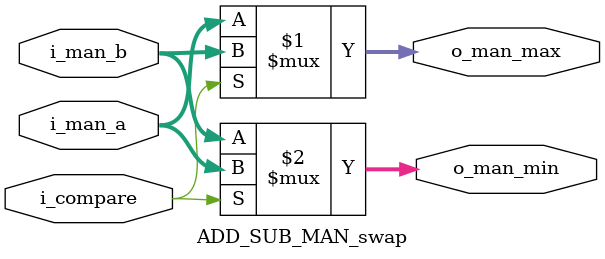
<source format=sv>
module ADD_SUB_MAN_swap #(
    parameter SIZE_MAN  = 24
)(
    input logic [SIZE_MAN-1:0]          i_man_a     ,
    input logic [SIZE_MAN-1:0]          i_man_b     ,
    input logic                         i_compare   ,
    output logic [SIZE_MAN-1:0]         o_man_max   ,
    output logic [SIZE_MAN-1:0]         o_man_min   
);

assign o_man_max    = i_compare ? i_man_b : i_man_a;
assign o_man_min    = i_compare ? i_man_a : i_man_b;

endmodule

</source>
